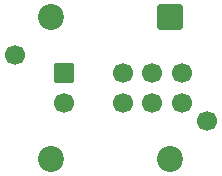
<source format=gbs>
G04 #@! TF.GenerationSoftware,KiCad,Pcbnew,6.0.1-79c1e3a40b~116~ubuntu20.04.1*
G04 #@! TF.CreationDate,2022-01-30T07:26:50-05:00*
G04 #@! TF.ProjectId,herovco_switch,6865726f-7663-46f5-9f73-77697463682e,rev?*
G04 #@! TF.SameCoordinates,Original*
G04 #@! TF.FileFunction,Soldermask,Bot*
G04 #@! TF.FilePolarity,Negative*
%FSLAX46Y46*%
G04 Gerber Fmt 4.6, Leading zero omitted, Abs format (unit mm)*
G04 Created by KiCad (PCBNEW 6.0.1-79c1e3a40b~116~ubuntu20.04.1) date 2022-01-30 07:26:50*
%MOMM*%
%LPD*%
G01*
G04 APERTURE LIST*
G04 Aperture macros list*
%AMRoundRect*
0 Rectangle with rounded corners*
0 $1 Rounding radius*
0 $2 $3 $4 $5 $6 $7 $8 $9 X,Y pos of 4 corners*
0 Add a 4 corners polygon primitive as box body*
4,1,4,$2,$3,$4,$5,$6,$7,$8,$9,$2,$3,0*
0 Add four circle primitives for the rounded corners*
1,1,$1+$1,$2,$3*
1,1,$1+$1,$4,$5*
1,1,$1+$1,$6,$7*
1,1,$1+$1,$8,$9*
0 Add four rect primitives between the rounded corners*
20,1,$1+$1,$2,$3,$4,$5,0*
20,1,$1+$1,$4,$5,$6,$7,0*
20,1,$1+$1,$6,$7,$8,$9,0*
20,1,$1+$1,$8,$9,$2,$3,0*%
G04 Aperture macros list end*
%ADD10RoundRect,0.300001X-0.799999X-0.799999X0.799999X-0.799999X0.799999X0.799999X-0.799999X0.799999X0*%
%ADD11C,2.200000*%
%ADD12C,1.700000*%
%ADD13RoundRect,0.050000X-0.800000X-0.800000X0.800000X-0.800000X0.800000X0.800000X-0.800000X0.800000X0*%
G04 APERTURE END LIST*
D10*
G04 #@! TO.C,J13*
X154999999Y-94499999D03*
G04 #@! TD*
D11*
G04 #@! TO.C,J14*
X154999999Y-106499999D03*
G04 #@! TD*
D12*
G04 #@! TO.C,SW2*
X158138199Y-103320399D03*
X141938199Y-97720399D03*
D13*
X146038199Y-99270399D03*
D12*
X151038199Y-99270399D03*
X153538199Y-99270399D03*
X156038199Y-99270399D03*
X146038199Y-101770399D03*
X151038199Y-101770399D03*
X153538199Y-101770399D03*
X156038199Y-101770399D03*
G04 #@! TD*
D11*
G04 #@! TO.C,J16*
X144999999Y-94499999D03*
G04 #@! TD*
G04 #@! TO.C,J15*
X144999999Y-106499999D03*
G04 #@! TD*
M02*

</source>
